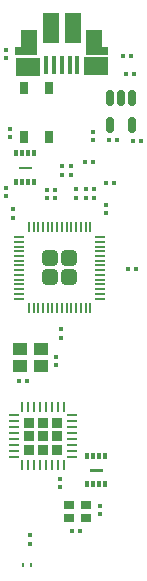
<source format=gbr>
%TF.GenerationSoftware,KiCad,Pcbnew,7.0.7*%
%TF.CreationDate,2023-10-12T13:18:40+07:00*%
%TF.ProjectId,Pico2040-Modular-Rev3-W,5069636f-3230-4343-902d-4d6f64756c61,rev?*%
%TF.SameCoordinates,Original*%
%TF.FileFunction,Paste,Top*%
%TF.FilePolarity,Positive*%
%FSLAX46Y46*%
G04 Gerber Fmt 4.6, Leading zero omitted, Abs format (unit mm)*
G04 Created by KiCad (PCBNEW 7.0.7) date 2023-10-12 13:18:40*
%MOMM*%
%LPD*%
G01*
G04 APERTURE LIST*
G04 Aperture macros list*
%AMRoundRect*
0 Rectangle with rounded corners*
0 $1 Rounding radius*
0 $2 $3 $4 $5 $6 $7 $8 $9 X,Y pos of 4 corners*
0 Add a 4 corners polygon primitive as box body*
4,1,4,$2,$3,$4,$5,$6,$7,$8,$9,$2,$3,0*
0 Add four circle primitives for the rounded corners*
1,1,$1+$1,$2,$3*
1,1,$1+$1,$4,$5*
1,1,$1+$1,$6,$7*
1,1,$1+$1,$8,$9*
0 Add four rect primitives between the rounded corners*
20,1,$1+$1,$2,$3,$4,$5,0*
20,1,$1+$1,$4,$5,$6,$7,0*
20,1,$1+$1,$6,$7,$8,$9,0*
20,1,$1+$1,$8,$9,$2,$3,0*%
G04 Aperture macros list end*
%ADD10C,0.010000*%
%ADD11RoundRect,0.079500X0.100500X-0.079500X0.100500X0.079500X-0.100500X0.079500X-0.100500X-0.079500X0*%
%ADD12RoundRect,0.014000X0.161000X-0.231000X0.161000X0.231000X-0.161000X0.231000X-0.161000X-0.231000X0*%
%ADD13RoundRect,0.079500X-0.079500X-0.100500X0.079500X-0.100500X0.079500X0.100500X-0.079500X0.100500X0*%
%ADD14RoundRect,0.232500X0.232500X0.232500X-0.232500X0.232500X-0.232500X-0.232500X0.232500X-0.232500X0*%
%ADD15RoundRect,0.062500X0.375000X0.062500X-0.375000X0.062500X-0.375000X-0.062500X0.375000X-0.062500X0*%
%ADD16RoundRect,0.062500X0.062500X0.375000X-0.062500X0.375000X-0.062500X-0.375000X0.062500X-0.375000X0*%
%ADD17RoundRect,0.079500X0.079500X0.100500X-0.079500X0.100500X-0.079500X-0.100500X0.079500X-0.100500X0*%
%ADD18RoundRect,0.079500X-0.100500X0.079500X-0.100500X-0.079500X0.100500X-0.079500X0.100500X0.079500X0*%
%ADD19R,0.400000X1.650000*%
%ADD20R,1.825000X0.700000*%
%ADD21R,2.000000X1.500000*%
%ADD22R,1.350000X2.000000*%
%ADD23R,1.430000X2.500000*%
%ADD24R,0.200000X0.400000*%
%ADD25RoundRect,0.249999X-0.395001X-0.395001X0.395001X-0.395001X0.395001X0.395001X-0.395001X0.395001X0*%
%ADD26RoundRect,0.050000X-0.387500X-0.050000X0.387500X-0.050000X0.387500X0.050000X-0.387500X0.050000X0*%
%ADD27RoundRect,0.050000X-0.050000X-0.387500X0.050000X-0.387500X0.050000X0.387500X-0.050000X0.387500X0*%
%ADD28R,1.150000X1.000000*%
%ADD29R,0.650000X1.050000*%
%ADD30RoundRect,0.150000X-0.150000X0.512500X-0.150000X-0.512500X0.150000X-0.512500X0.150000X0.512500X0*%
%ADD31R,0.900000X0.800000*%
G04 APERTURE END LIST*
%TO.C,U5*%
D10*
X83960000Y-58980000D02*
X82940000Y-58980000D01*
X82940000Y-58860000D01*
X83960000Y-58860000D01*
X83960000Y-58980000D01*
G36*
X83960000Y-58980000D02*
G01*
X82940000Y-58980000D01*
X82940000Y-58860000D01*
X83960000Y-58860000D01*
X83960000Y-58980000D01*
G37*
%TO.C,U3*%
X77960000Y-33380000D02*
X76940000Y-33380000D01*
X76940000Y-33260000D01*
X77960000Y-33260000D01*
X77960000Y-33380000D01*
G36*
X77960000Y-33380000D02*
G01*
X76940000Y-33380000D01*
X76940000Y-33260000D01*
X77960000Y-33260000D01*
X77960000Y-33380000D01*
G37*
%TD*%
D11*
%TO.C,C3*%
X83300000Y-35845000D03*
X83300000Y-35155000D03*
%TD*%
%TO.C,D2*%
X75800000Y-24065000D03*
X75800000Y-23375000D03*
%TD*%
%TO.C,C1*%
X81800000Y-35845000D03*
X81800000Y-35155000D03*
%TD*%
D12*
%TO.C,U5*%
X82700000Y-60140000D03*
X83200000Y-60140000D03*
X83700000Y-60140000D03*
X84200000Y-60140000D03*
X84200000Y-57700000D03*
X83700000Y-57700000D03*
X83200000Y-57700000D03*
X82700000Y-57700000D03*
%TD*%
%TO.C,U3*%
X76700000Y-34540000D03*
X77200000Y-34540000D03*
X77700000Y-34540000D03*
X78200000Y-34540000D03*
X78200000Y-32100000D03*
X77700000Y-32100000D03*
X77200000Y-32100000D03*
X76700000Y-32100000D03*
%TD*%
D13*
%TO.C,C17*%
X81410000Y-64100000D03*
X82100000Y-64100000D03*
%TD*%
D14*
%TO.C,U4*%
X80112500Y-57200000D03*
X80112500Y-56050000D03*
X80112500Y-54900000D03*
X78962500Y-57200000D03*
X78962500Y-56050000D03*
X78962500Y-54900000D03*
X77812500Y-57200000D03*
X77812500Y-56050000D03*
X77812500Y-54900000D03*
D15*
X81400000Y-57800000D03*
X81400000Y-57300000D03*
X81400000Y-56800000D03*
X81400000Y-56300000D03*
X81400000Y-55800000D03*
X81400000Y-55300000D03*
X81400000Y-54800000D03*
X81400000Y-54300000D03*
D16*
X80712500Y-53612500D03*
X80212500Y-53612500D03*
X79712500Y-53612500D03*
X79212500Y-53612500D03*
X78712500Y-53612500D03*
X78212500Y-53612500D03*
X77712500Y-53612500D03*
X77212500Y-53612500D03*
D15*
X76525000Y-54300000D03*
X76525000Y-54800000D03*
X76525000Y-55300000D03*
X76525000Y-55800000D03*
X76525000Y-56300000D03*
X76525000Y-56800000D03*
X76525000Y-57300000D03*
X76525000Y-57800000D03*
D16*
X77212500Y-58487500D03*
X77712500Y-58487500D03*
X78212500Y-58487500D03*
X78712500Y-58487500D03*
X79212500Y-58487500D03*
X79712500Y-58487500D03*
X80212500Y-58487500D03*
X80712500Y-58487500D03*
%TD*%
D13*
%TO.C,C7*%
X86135000Y-41900000D03*
X86825000Y-41900000D03*
%TD*%
D11*
%TO.C,C18*%
X77890000Y-65140000D03*
X77890000Y-64450000D03*
%TD*%
D17*
%TO.C,D1*%
X86400000Y-23900000D03*
X85710000Y-23900000D03*
%TD*%
D11*
%TO.C,R4*%
X83200000Y-30990000D03*
X83200000Y-30300000D03*
%TD*%
%TO.C,C8*%
X84300000Y-37190000D03*
X84300000Y-36500000D03*
%TD*%
D13*
%TO.C,C11*%
X84310000Y-34600000D03*
X85000000Y-34600000D03*
%TD*%
D18*
%TO.C,R5*%
X75800000Y-35010000D03*
X75800000Y-35700000D03*
%TD*%
D19*
%TO.C,J1*%
X81860000Y-24650000D03*
X81210000Y-24650000D03*
X80560000Y-24650000D03*
X79910000Y-24650000D03*
X79260000Y-24650000D03*
D20*
X83510000Y-23450000D03*
D21*
X83410000Y-24750000D03*
D22*
X83290000Y-22700000D03*
D23*
X81520000Y-21500000D03*
X79600000Y-21500000D03*
D22*
X77810000Y-22700000D03*
D21*
X77660000Y-24770000D03*
D20*
X77560000Y-23450000D03*
%TD*%
D13*
%TO.C,C13*%
X86610000Y-31100000D03*
X87300000Y-31100000D03*
%TD*%
D11*
%TO.C,C10*%
X79300000Y-35890000D03*
X79300000Y-35200000D03*
%TD*%
D13*
%TO.C,C15*%
X76910000Y-51400000D03*
X77600000Y-51400000D03*
%TD*%
D24*
%TO.C,AE1*%
X77265000Y-66940000D03*
X77980000Y-66940000D03*
%TD*%
D25*
%TO.C,U1*%
X79562500Y-41000000D03*
X79562500Y-42600000D03*
X81162500Y-41000000D03*
X81162500Y-42600000D03*
D26*
X76925000Y-39200000D03*
X76925000Y-39600000D03*
X76925000Y-40000000D03*
X76925000Y-40400000D03*
X76925000Y-40800000D03*
X76925000Y-41200000D03*
X76925000Y-41600000D03*
X76925000Y-42000000D03*
X76925000Y-42400000D03*
X76925000Y-42800000D03*
X76925000Y-43200000D03*
X76925000Y-43600000D03*
X76925000Y-44000000D03*
X76925000Y-44400000D03*
D27*
X77762500Y-45237500D03*
X78162500Y-45237500D03*
X78562500Y-45237500D03*
X78962500Y-45237500D03*
X79362500Y-45237500D03*
X79762500Y-45237500D03*
X80162500Y-45237500D03*
X80562500Y-45237500D03*
X80962500Y-45237500D03*
X81362500Y-45237500D03*
X81762500Y-45237500D03*
X82162500Y-45237500D03*
X82562500Y-45237500D03*
X82962500Y-45237500D03*
D26*
X83800000Y-44400000D03*
X83800000Y-44000000D03*
X83800000Y-43600000D03*
X83800000Y-43200000D03*
X83800000Y-42800000D03*
X83800000Y-42400000D03*
X83800000Y-42000000D03*
X83800000Y-41600000D03*
X83800000Y-41200000D03*
X83800000Y-40800000D03*
X83800000Y-40400000D03*
X83800000Y-40000000D03*
X83800000Y-39600000D03*
X83800000Y-39200000D03*
D27*
X82962500Y-38362500D03*
X82562500Y-38362500D03*
X82162500Y-38362500D03*
X81762500Y-38362500D03*
X81362500Y-38362500D03*
X80962500Y-38362500D03*
X80562500Y-38362500D03*
X80162500Y-38362500D03*
X79762500Y-38362500D03*
X79362500Y-38362500D03*
X78962500Y-38362500D03*
X78562500Y-38362500D03*
X78162500Y-38362500D03*
X77762500Y-38362500D03*
%TD*%
D18*
%TO.C,C6*%
X80500000Y-47010000D03*
X80500000Y-47700000D03*
%TD*%
%TO.C,C16*%
X83800000Y-61955000D03*
X83800000Y-62645000D03*
%TD*%
%TO.C,R6*%
X76200000Y-30010000D03*
X76200000Y-30700000D03*
%TD*%
D11*
%TO.C,C9*%
X80000000Y-35890000D03*
X80000000Y-35200000D03*
%TD*%
D13*
%TO.C,C5*%
X82510000Y-32800000D03*
X83200000Y-32800000D03*
%TD*%
D18*
%TO.C,R1*%
X80600000Y-33210000D03*
X80600000Y-33900000D03*
%TD*%
D13*
%TO.C,C12*%
X86010000Y-25400000D03*
X86700000Y-25400000D03*
%TD*%
D11*
%TO.C,R7*%
X80400000Y-60390000D03*
X80400000Y-59700000D03*
%TD*%
D28*
%TO.C,Y1*%
X77050000Y-50100000D03*
X78800000Y-50100000D03*
X78800000Y-48700000D03*
X77050000Y-48700000D03*
%TD*%
D13*
%TO.C,R3*%
X84510000Y-31000000D03*
X85200000Y-31000000D03*
%TD*%
D11*
%TO.C,C4*%
X76400000Y-37545000D03*
X76400000Y-36855000D03*
%TD*%
D18*
%TO.C,R2*%
X81300000Y-33210000D03*
X81300000Y-33900000D03*
%TD*%
D29*
%TO.C,SW1*%
X77350000Y-30725000D03*
X77350000Y-26575000D03*
X79500000Y-30725000D03*
X79500000Y-26600000D03*
%TD*%
D18*
%TO.C,C14*%
X80100000Y-49310000D03*
X80100000Y-50000000D03*
%TD*%
D30*
%TO.C,U2*%
X86500000Y-27425000D03*
X85550000Y-27425000D03*
X84600000Y-27425000D03*
X84600000Y-29700000D03*
X86500000Y-29700000D03*
%TD*%
D31*
%TO.C,Y2*%
X81200000Y-63000000D03*
X82600000Y-63000000D03*
X82600000Y-61900000D03*
X81200000Y-61900000D03*
%TD*%
D11*
%TO.C,C2*%
X82580000Y-35845000D03*
X82580000Y-35155000D03*
%TD*%
M02*

</source>
